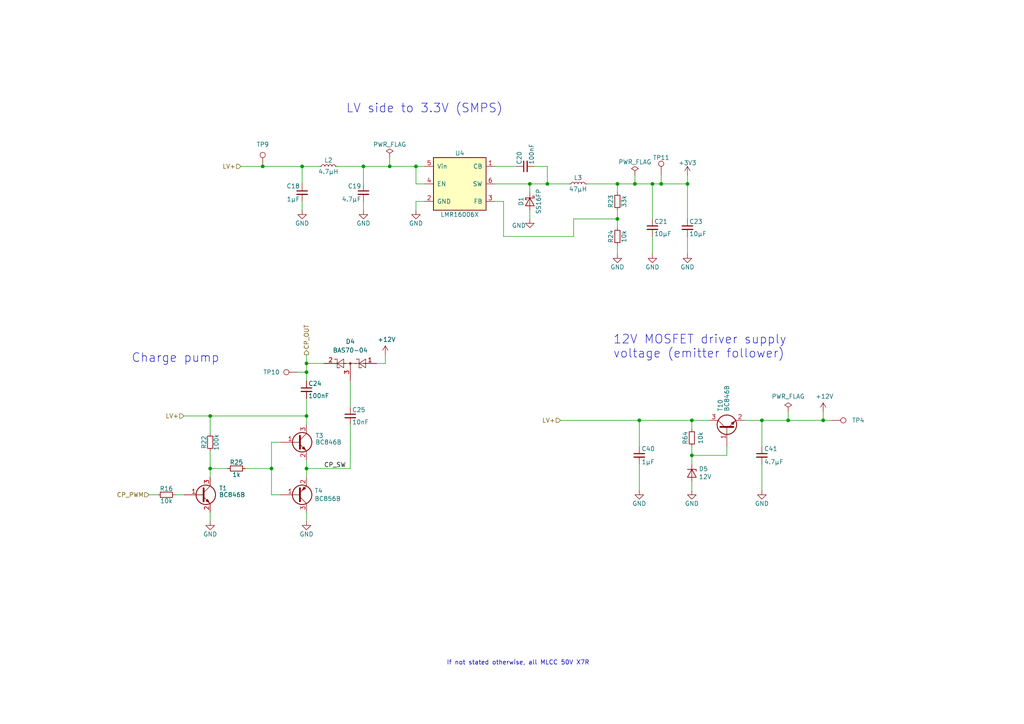
<source format=kicad_sch>
(kicad_sch (version 20211123) (generator eeschema)
  (paper "A4")
  (title_block (title "MPPT 4820 HC") (date "2021-01-06") (rev "0.2.3") (company "Copyright © 2020 Libre Solar Technologies GmbH") (comment 1 "Licensed under CERN-OHL-W version 2") (comment 2 "Author: Martin Jäger"))
  (lib_symbols
    (symbol "Connector:TestPoint" (pin_numbers hide) (pin_names (offset 0.762) hide)
      (property "Reference" "TP" (at 0 6.858 0))
      (property "Value" "TestPoint" (at 0 5.08 0))
      (symbol "TestPoint_0_1"
        (circle (center 0 3.302) (radius 0.762))
      )
      (symbol "TestPoint_1_1"
        (pin passive line (at 0 0 90) (length 2.54) (name "1") (number "1"))
      )
    )
    (symbol "Device:L_Small" (pin_numbers hide) (pin_names (offset 0.254) hide)
      (property "Reference" "L" (at 0.762 1.016 0))
      (property "Value" "L_Small" (at 0.762 -1.016 0))
      (symbol "L_Small_0_1"
        (arc (start 0 -2.032) (mid 0.508 -1.524) (end 0 -1.016))
        (arc (start 0 -1.016) (mid 0.508 -0.508) (end 0 0))
        (arc (start 0 0) (mid 0.508 0.508) (end 0 1.016))
        (arc (start 0 1.016) (mid 0.508 1.524) (end 0 2.032))
      )
      (symbol "L_Small_1_1"
        (pin passive line (at 0 2.54 270) (length 0.508) (name "~") (number "1"))
        (pin passive line (at 0 -2.54 90) (length 0.508) (name "~") (number "2"))
      )
    )
    (symbol "Diode:BAS40-04" (pin_names (offset 1.016))
      (property "Reference" "D" (at 0.635 -1.27 0))
      (property "Value" "BAS40-04" (at -6.35 5.715 0))
      (symbol "BAS40-04_0_1"
        (polyline (pts (xy -3.81 2.54) (xy -1.27 2.54)))
        (polyline (pts (xy -3.175 1.27) (xy -3.175 1.524)))
        (polyline (pts (xy -2.54 1.27) (xy -3.175 1.27)))
        (polyline (pts (xy -2.54 1.27) (xy -2.54 3.81)))
        (polyline (pts (xy -2.54 3.81) (xy -1.905 3.81)))
        (polyline (pts (xy -1.905 2.54) (xy 1.905 2.54)))
        (polyline (pts (xy -1.905 3.81) (xy -1.905 3.556)))
        (polyline (pts (xy 1.27 2.54) (xy 3.81 2.54)))
        (polyline (pts (xy 3.175 1.27) (xy 3.175 1.524)))
        (polyline (pts (xy 3.81 1.27) (xy 3.175 1.27)))
        (polyline (pts (xy 3.81 1.27) (xy 3.81 3.81)))
        (polyline (pts (xy 3.81 3.81) (xy 4.445 3.81)))
        (polyline (pts (xy 4.445 3.81) (xy 4.445 3.556)))
        (polyline (pts (xy -4.445 3.81) (xy -4.445 1.27) (xy -2.54 2.54) (xy -4.445 3.81)))
        (polyline (pts (xy 1.905 3.81) (xy 1.905 1.27) (xy 3.81 2.54) (xy 1.905 3.81)))
        (circle (center 0 2.54) (radius 0.254) (fill (type outline)))
      )
      (symbol "BAS40-04_1_1"
        (pin passive line (at -7.62 2.54 0) (length 3.81) (name "~") (number "1"))
        (pin passive line (at 7.62 2.54 180) (length 3.81) (name "~") (number "2"))
        (pin passive line (at 0 -2.54 90) (length 5.08) (name "~") (number "3"))
      )
    )
    (symbol "Project:C" (pin_numbers hide) (pin_names (offset 0.254) hide)
      (property "Reference" "C" (at 0.635 1.905 0))
      (property "Value" "C" (at 0.635 -1.905 0))
      (symbol "C_0_1"
        (polyline (pts (xy -1.524 -0.508) (xy 1.524 -0.508)) (stroke (width 0.3302)))
        (polyline (pts (xy -1.524 0.508) (xy 0 0.508) (xy 1.524 0.508)) (stroke (width 0.3048)))
      )
      (symbol "C_1_1"
        (pin passive line (at 0 2.54 270) (length 1.905) (name "~") (number "1"))
        (pin passive line (at 0 -2.54 90) (length 2.032) (name "~") (number "2"))
      )
    )
    (symbol "Project:D_Schottky" (pin_numbers hide) (pin_names (offset 0.254) hide)
      (property "Reference" "D" (at 0 2.54 0))
      (property "Value" "D_Schottky" (at 0 -2.54 0))
      (symbol "D_Schottky_0_1"
        (polyline (pts (xy -1.016 -1.27) (xy -1.016 1.27)) (stroke (width 0.2032)))
        (polyline (pts (xy 1.27 0) (xy -1.27 0)))
        (polyline (pts (xy -1.016 -1.27) (xy -1.524 -1.27) (xy -1.524 -0.762)) (stroke (width 0.2032)))
        (polyline (pts (xy -1.016 1.27) (xy -0.508 1.27) (xy -0.508 0.762)) (stroke (width 0.2032)))
        (polyline (pts (xy 1.27 -1.27) (xy -1.016 0) (xy 1.27 1.27) (xy 1.27 -1.27)) (stroke (width 0.2032)))
      )
      (symbol "D_Schottky_1_1"
        (pin passive line (at -2.54 0 0) (length 1.27) (name "K") (number "1"))
        (pin passive line (at 2.54 0 180) (length 1.27) (name "A") (number "2"))
      )
    )
    (symbol "Project:D_Zener" (pin_numbers hide) (pin_names (offset 1.016) hide)
      (property "Reference" "D" (at 0 2.54 0))
      (property "Value" "D_Zener" (at 0 -2.54 0))
      (symbol "D_Zener_0_1"
        (polyline (pts (xy 1.27 0) (xy -1.27 0)))
        (polyline (pts (xy -1.016 0) (xy 1.27 1.27) (xy 1.27 -1.27) (xy -1.016 0)) (stroke (width 0.2032)))
        (polyline (pts (xy -0.508 1.27) (xy -1.016 1.27) (xy -1.016 0) (xy -1.016 -1.27)) (stroke (width 0.2032)))
      )
      (symbol "D_Zener_1_1"
        (pin passive line (at -2.54 0 0) (length 1.27) (name "K") (number "1"))
        (pin passive line (at 2.54 0 180) (length 1.27) (name "A") (number "2"))
      )
    )
    (symbol "Project:LMR16006" (pin_names (offset 1.016))
      (property "Reference" "U" (at 0 8.89 0))
      (property "Value" "LMR16006" (at 0 -8.89 0))
      (symbol "LMR16006_0_1"
        (rectangle (start -7.62 7.62) (end 7.62 -7.62) (stroke (width 0.254)) (fill (type background)))
      )
      (symbol "LMR16006_1_1"
        (pin output line (at 10.16 5.08 180) (length 2.54) (name "CB") (number "1"))
        (pin power_in line (at -10.16 -5.08 0) (length 2.54) (name "GND") (number "2"))
        (pin input line (at 10.16 -5.08 180) (length 2.54) (name "FB") (number "3"))
        (pin input line (at -10.16 0 0) (length 2.54) (name "EN") (number "4"))
        (pin power_in line (at -10.16 5.08 0) (length 2.54) (name "Vin") (number "5"))
        (pin bidirectional line (at 10.16 0 180) (length 2.54) (name "SW") (number "6"))
      )
    )
    (symbol "Project:R" (pin_numbers hide) (pin_names (offset 0.254) hide)
      (property "Reference" "R" (at -1.905 0 90))
      (property "Value" "R" (at 1.905 0 90))
      (symbol "R_0_1"
        (rectangle (start -0.762 1.778) (end 0.762 -1.778) (stroke (width 0.2032)))
      )
      (symbol "R_1_1"
        (pin passive line (at 0 2.54 270) (length 0.762) (name "~") (number "1"))
        (pin passive line (at 0 -2.54 90) (length 0.762) (name "~") (number "2"))
      )
    )
    (symbol "Transistor_BJT:BC846" (pin_names (offset 0) hide)
      (property "Reference" "Q" (at 5.08 1.905 0))
      (property "Value" "BC846" (at 5.08 0 0))
      (symbol "BC846_0_1"
        (polyline (pts (xy 0.635 0.635) (xy 2.54 2.54)))
        (polyline (pts (xy 0.635 -0.635) (xy 2.54 -2.54) (xy 2.54 -2.54)))
        (polyline (pts (xy 0.635 1.905) (xy 0.635 -1.905) (xy 0.635 -1.905)) (stroke (width 0.508)))
        (polyline (pts (xy 1.27 -1.778) (xy 1.778 -1.27) (xy 2.286 -2.286) (xy 1.27 -1.778) (xy 1.27 -1.778)) (fill (type outline)))
        (circle (center 1.27 0) (radius 2.8194) (stroke (width 0.254)))
      )
      (symbol "BC846_1_1"
        (pin input line (at -5.08 0 0) (length 5.715) (name "B") (number "1"))
        (pin passive line (at 2.54 -5.08 90) (length 2.54) (name "E") (number "2"))
        (pin passive line (at 2.54 5.08 270) (length 2.54) (name "C") (number "3"))
      )
    )
    (symbol "Transistor_BJT:BC856" (pin_names (offset 0) hide)
      (property "Reference" "Q" (at 5.08 1.905 0))
      (property "Value" "BC856" (at 5.08 0 0))
      (symbol "BC856_0_1"
        (polyline (pts (xy 0.635 0.635) (xy 2.54 2.54)))
        (polyline (pts (xy 0.635 -0.635) (xy 2.54 -2.54) (xy 2.54 -2.54)))
        (polyline (pts (xy 0.635 1.905) (xy 0.635 -1.905) (xy 0.635 -1.905)) (stroke (width 0.508)))
        (polyline (pts (xy 2.286 -1.778) (xy 1.778 -2.286) (xy 1.27 -1.27) (xy 2.286 -1.778) (xy 2.286 -1.778)) (fill (type outline)))
        (circle (center 1.27 0) (radius 2.8194) (stroke (width 0.254)))
      )
      (symbol "BC856_1_1"
        (pin input line (at -5.08 0 0) (length 5.715) (name "B") (number "1"))
        (pin passive line (at 2.54 -5.08 90) (length 2.54) (name "E") (number "2"))
        (pin passive line (at 2.54 5.08 270) (length 2.54) (name "C") (number "3"))
      )
    )
    (symbol "mppt-2420-hc-rescue:+3.3V-power" (power) (pin_names (offset 0))
      (property "Value" "+3.3V-power" (at 0 3.556 0))
      (symbol "+3.3V-power_0_1"
        (polyline (pts (xy -0.762 1.27) (xy 0 2.54)))
        (polyline (pts (xy 0 0) (xy 0 2.54)))
        (polyline (pts (xy 0 2.54) (xy 0.762 1.27)))
      )
      (symbol "+3.3V-power_1_1"
        (pin power_in line (at 0 0 90) (length 0) hide (name "+3V3") (number "1"))
      )
    )
    (symbol "power:+12V" (power) (pin_names (offset 0))
      (property "Value" "+12V" (at 0 3.556 0))
      (symbol "+12V_0_1"
        (polyline (pts (xy -0.762 1.27) (xy 0 2.54)))
        (polyline (pts (xy 0 0) (xy 0 2.54)))
        (polyline (pts (xy 0 2.54) (xy 0.762 1.27)))
      )
      (symbol "+12V_1_1"
        (pin power_in line (at 0 0 90) (length 0) hide (name "+12V") (number "1"))
      )
    )
    (symbol "power:GND" (power) (pin_names (offset 0))
      (property "Value" "GND" (at 0 -3.81 0))
      (symbol "GND_0_1"
        (polyline (pts (xy 0 0) (xy 0 -1.27) (xy 1.27 -1.27) (xy 0 -2.54) (xy -1.27 -1.27) (xy 0 -1.27)))
      )
      (symbol "GND_1_1"
        (pin power_in line (at 0 0 270) (length 0) hide (name "GND") (number "1"))
      )
    )
    (symbol "power:PWR_FLAG" (power) (pin_numbers hide) (pin_names (offset 0) hide)
      (property "Value" "PWR_FLAG" (at 0 3.81 0))
      (symbol "PWR_FLAG_0_0"
        (pin power_out line (at 0 0 90) (length 0) (name "pwr") (number "1"))
      )
      (symbol "PWR_FLAG_0_1"
        (polyline (pts (xy 0 0) (xy 0 1.27) (xy -1.016 1.905) (xy 0 2.54) (xy 1.016 1.905) (xy 0 1.27)))
      )
    )
  )
  (junction (at 88.9 107.95))
  (junction (at 184.15 53.34))
  (junction (at 191.77 53.34))
  (junction (at 60.96 135.89))
  (junction (at 87.63 48.26))
  (junction (at 113.03 48.26))
  (junction (at 179.07 53.34))
  (junction (at 189.23 53.34))
  (junction (at 105.41 48.26))
  (junction (at 60.96 120.65))
  (junction (at 88.9 120.65))
  (junction (at 88.9 135.89))
  (junction (at 76.2 48.26))
  (junction (at 120.65 48.26))
  (junction (at 78.74 135.89))
  (junction (at 153.67 53.34))
  (junction (at 185.42 121.92))
  (junction (at 88.9 105.41))
  (junction (at 199.39 53.34))
  (junction (at 200.66 132.08))
  (junction (at 158.75 53.34))
  (junction (at 238.76 121.92))
  (junction (at 220.98 121.92))
  (junction (at 228.6 121.92))
  (junction (at 179.07 63.5))
  (junction (at 200.66 121.92))
  (wire (pts (xy 88.9 135.89) (xy 101.6 135.89)))
  (wire (pts (xy 146.05 58.42) (xy 146.05 68.58)))
  (wire (pts (xy 76.2 48.26) (xy 69.85 48.26)))
  (wire (pts (xy 185.42 121.92) (xy 185.42 129.54)))
  (wire (pts (xy 191.77 53.34) (xy 191.77 50.8)))
  (wire (pts (xy 153.67 55.88) (xy 153.67 53.34)))
  (wire (pts (xy 146.05 68.58) (xy 166.37 68.58)))
  (wire (pts (xy 78.74 135.89) (xy 71.12 135.89)))
  (wire (pts (xy 66.04 135.89) (xy 60.96 135.89)))
  (wire (pts (xy 228.6 121.92) (xy 238.76 121.92)))
  (wire (pts (xy 53.34 120.65) (xy 60.96 120.65)))
  (wire (pts (xy 170.18 53.34) (xy 179.07 53.34)))
  (wire (pts (xy 87.63 60.96) (xy 87.63 58.42)))
  (wire (pts (xy 60.96 120.65) (xy 60.96 125.73)))
  (wire (pts (xy 111.76 102.87) (xy 111.76 105.41)))
  (wire (pts (xy 97.79 48.26) (xy 105.41 48.26)))
  (wire (pts (xy 105.41 60.96) (xy 105.41 58.42)))
  (wire (pts (xy 87.63 48.26) (xy 87.63 53.34)))
  (wire (pts (xy 199.39 50.8) (xy 199.39 53.34)))
  (wire (pts (xy 120.65 53.34) (xy 123.19 53.34)))
  (wire (pts (xy 210.82 129.54) (xy 210.82 132.08)))
  (wire (pts (xy 60.96 130.81) (xy 60.96 135.89)))
  (wire (pts (xy 88.9 105.41) (xy 88.9 107.95)))
  (wire (pts (xy 166.37 68.58) (xy 166.37 63.5)))
  (wire (pts (xy 87.63 48.26) (xy 92.71 48.26)))
  (wire (pts (xy 120.65 58.42) (xy 123.19 58.42)))
  (wire (pts (xy 220.98 121.92) (xy 228.6 121.92)))
  (wire (pts (xy 179.07 53.34) (xy 179.07 55.88)))
  (wire (pts (xy 191.77 53.34) (xy 199.39 53.34)))
  (wire (pts (xy 166.37 63.5) (xy 179.07 63.5)))
  (wire (pts (xy 78.74 135.89) (xy 78.74 143.51)))
  (wire (pts (xy 210.82 132.08) (xy 200.66 132.08)))
  (wire (pts (xy 205.74 121.92) (xy 200.66 121.92)))
  (wire (pts (xy 185.42 121.92) (xy 162.56 121.92)))
  (wire (pts (xy 88.9 133.35) (xy 88.9 135.89)))
  (wire (pts (xy 105.41 48.26) (xy 113.03 48.26)))
  (wire (pts (xy 88.9 135.89) (xy 88.9 138.43)))
  (wire (pts (xy 88.9 107.95) (xy 88.9 110.49)))
  (wire (pts (xy 158.75 53.34) (xy 165.1 53.34)))
  (wire (pts (xy 111.76 105.41) (xy 109.22 105.41)))
  (wire (pts (xy 87.63 48.26) (xy 76.2 48.26)))
  (wire (pts (xy 60.96 148.59) (xy 60.96 151.13)))
  (wire (pts (xy 88.9 105.41) (xy 88.9 102.87)))
  (wire (pts (xy 143.51 58.42) (xy 146.05 58.42)))
  (wire (pts (xy 81.28 128.27) (xy 78.74 128.27)))
  (wire (pts (xy 43.18 143.51) (xy 45.72 143.51)))
  (wire (pts (xy 113.03 45.72) (xy 113.03 48.26)))
  (wire (pts (xy 153.67 60.96) (xy 153.67 63.5)))
  (wire (pts (xy 120.65 48.26) (xy 123.19 48.26)))
  (wire (pts (xy 78.74 143.51) (xy 81.28 143.51)))
  (wire (pts (xy 154.94 48.26) (xy 158.75 48.26)))
  (wire (pts (xy 179.07 73.66) (xy 179.07 71.12)))
  (wire (pts (xy 113.03 48.26) (xy 120.65 48.26)))
  (wire (pts (xy 200.66 121.92) (xy 200.66 124.46)))
  (wire (pts (xy 179.07 63.5) (xy 179.07 66.04)))
  (wire (pts (xy 189.23 68.58) (xy 189.23 73.66)))
  (wire (pts (xy 179.07 60.96) (xy 179.07 63.5)))
  (wire (pts (xy 184.15 53.34) (xy 189.23 53.34)))
  (wire (pts (xy 215.9 121.92) (xy 220.98 121.92)))
  (wire (pts (xy 60.96 135.89) (xy 60.96 138.43)))
  (wire (pts (xy 88.9 120.65) (xy 88.9 123.19)))
  (wire (pts (xy 184.15 50.8) (xy 184.15 53.34)))
  (wire (pts (xy 179.07 53.34) (xy 184.15 53.34)))
  (wire (pts (xy 238.76 119.38) (xy 238.76 121.92)))
  (wire (pts (xy 153.67 53.34) (xy 158.75 53.34)))
  (wire (pts (xy 241.3 121.92) (xy 238.76 121.92)))
  (wire (pts (xy 199.39 68.58) (xy 199.39 73.66)))
  (wire (pts (xy 189.23 53.34) (xy 191.77 53.34)))
  (wire (pts (xy 143.51 53.34) (xy 153.67 53.34)))
  (wire (pts (xy 200.66 132.08) (xy 200.66 129.54)))
  (wire (pts (xy 88.9 120.65) (xy 60.96 120.65)))
  (wire (pts (xy 143.51 48.26) (xy 149.86 48.26)))
  (wire (pts (xy 50.8 143.51) (xy 53.34 143.51)))
  (wire (pts (xy 86.36 107.95) (xy 88.9 107.95)))
  (wire (pts (xy 120.65 58.42) (xy 120.65 60.96)))
  (wire (pts (xy 189.23 53.34) (xy 189.23 63.5)))
  (wire (pts (xy 200.66 121.92) (xy 185.42 121.92)))
  (wire (pts (xy 105.41 53.34) (xy 105.41 48.26)))
  (wire (pts (xy 101.6 118.11) (xy 101.6 110.49)))
  (wire (pts (xy 78.74 128.27) (xy 78.74 135.89)))
  (wire (pts (xy 88.9 148.59) (xy 88.9 151.13)))
  (wire (pts (xy 93.98 105.41) (xy 88.9 105.41)))
  (wire (pts (xy 120.65 53.34) (xy 120.65 48.26)))
  (wire (pts (xy 88.9 115.57) (xy 88.9 120.65)))
  (wire (pts (xy 199.39 53.34) (xy 199.39 63.5)))
  (wire (pts (xy 158.75 48.26) (xy 158.75 53.34)))
  (wire (pts (xy 228.6 119.38) (xy 228.6 121.92)))
  (wire (pts (xy 220.98 134.62) (xy 220.98 142.24)))
  (wire (pts (xy 200.66 139.7) (xy 200.66 142.24)))
  (wire (pts (xy 220.98 121.92) (xy 220.98 129.54)))
  (wire (pts (xy 185.42 134.62) (xy 185.42 142.24)))
  (wire (pts (xy 101.6 123.19) (xy 101.6 135.89)))
  (wire (pts (xy 200.66 132.08) (xy 200.66 134.62)))
  (text "If not stated otherwise, all MLCC 50V X7R" (at 129.54 193.04 0) (effects (font (size 1.27 1.27)) (justify left bottom)))
  (text "LV side to 3.3V (SMPS)" (at 100.33 33.02 0) (effects (font (size 2.54 2.54)) (justify left bottom)))
  (text "Charge pump" (at 38.1 105.41 0) (effects (font (size 2.54 2.54)) (justify left bottom)))
  (text "12V MOSFET driver supply\nvoltage (emitter follower)" (at 177.8 104.14 0) (effects (font (size 2.54 2.54)) (justify left bottom)))
  (label "CP_SW" (at 93.98 135.89 0))
  (hierarchical_label "CP_OUT" (shape output) (at 88.9 102.87 90))
  (hierarchical_label "LV+" (shape input) (at 162.56 121.92 180))
  (hierarchical_label "CP_PWM" (shape input) (at 43.18 143.51 180))
  (hierarchical_label "LV+" (shape input) (at 69.85 48.26 180))
  (hierarchical_label "LV+" (shape input) (at 53.34 120.65 180))
  (symbol (lib_id "Project:LMR16006") (at 133.35 53.34 0) (unit 1)
    (property "Reference" "U4" (at 133.35 44.45 0))
    (property "Value" "LMR16006X" (at 133.35 62.23 0))
    (property "Footprint" "LibreSolar:SOT-23-6" (effects hide))
    (property "Manufacturer" "Texas Instruments" (effects hide))
    (property "PartNumber" "LMR16006XDDCR" (effects hide))
  )
  (symbol (lib_id "power:PWR_FLAG") (at 184.15 50.8 0) (unit 1)
    (property "Reference" "#FLG02" (effects hide))
    (property "Value" "PWR_FLAG" (at 184.15 46.99 0))
  )
  (symbol (lib_id "power:PWR_FLAG") (at 113.03 45.72 0) (unit 1)
    (property "Reference" "#FLG01" (effects hide))
    (property "Value" "PWR_FLAG" (at 113.03 41.91 0))
  )
  (symbol (lib_id "power:GND") (at 199.39 73.66 0) (unit 1)
    (property "Reference" "#PWR064" (effects hide))
    (property "Value" "GND" (at 199.39 77.47 0))
  )
  (symbol (lib_id "power:GND") (at 189.23 73.66 0) (unit 1)
    (property "Reference" "#PWR062" (effects hide))
    (property "Value" "GND" (at 189.23 77.47 0))
  )
  (symbol (lib_id "power:GND") (at 179.07 73.66 0) (unit 1)
    (property "Reference" "#PWR061" (effects hide))
    (property "Value" "GND" (at 179.07 77.47 0))
  )
  (symbol (lib_id "power:GND") (at 153.67 63.5 0) (unit 1)
    (property "Reference" "#PWR060" (effects hide))
    (property "Value" "GND" (at 150.495 65.405 0))
  )
  (symbol (lib_id "power:GND") (at 105.41 60.96 0) (unit 1)
    (property "Reference" "#PWR058" (effects hide))
    (property "Value" "GND" (at 105.41 64.77 0))
  )
  (symbol (lib_id "power:GND") (at 120.65 60.96 0) (unit 1)
    (property "Reference" "#PWR059" (effects hide))
    (property "Value" "GND" (at 120.65 64.77 0))
  )
  (symbol (lib_id "power:GND") (at 87.63 60.96 0) (unit 1)
    (property "Reference" "#PWR057" (effects hide))
    (property "Value" "GND" (at 87.63 64.77 0))
  )
  (symbol (lib_id "mppt-2420-hc-rescue:+3.3V-power") (at 199.39 50.8 0) (unit 1)
    (property "Reference" "#PWR063" (effects hide))
    (property "Value" "+3.3V" (at 199.39 47.244 0))
  )
  (symbol (lib_id "Project:C") (at 199.39 66.04 0) (unit 1)
    (property "Reference" "C23" (at 199.898 64.262 0) (effects (justify left)))
    (property "Value" "10µF" (at 199.898 67.818 0) (effects (justify left)))
    (property "Footprint" "LibreSolar:C_0805_2012" (effects hide))
    (property "Manufacturer" "Murata" (effects hide))
    (property "PartNumber" "GRM21BR61E106KA73L" (effects hide))
    (property "Remarks" "25V, X5R" (effects hide))
  )
  (symbol (lib_id "Project:C") (at 189.23 66.04 0) (unit 1)
    (property "Reference" "C21" (at 189.738 64.262 0) (effects (justify left)))
    (property "Value" "10µF" (at 189.738 67.818 0) (effects (justify left)))
    (property "Footprint" "LibreSolar:C_0805_2012" (effects hide))
    (property "Manufacturer" "Murata" (effects hide))
    (property "PartNumber" "GRM21BR61E106KA73L" (effects hide))
    (property "Remarks" "25V, X5R" (effects hide))
  )
  (symbol (lib_id "Project:D_Schottky") (at 153.67 58.42 90) (mirror x) (unit 1)
    (property "Reference" "D1" (at 151.13 58.42 0))
    (property "Value" "SS16FP" (at 156.21 58.42 0))
    (property "Footprint" "Diode_SMD:D_PowerDI-123" (effects hide))
    (property "Manufacturer" "Diodes Inc." (effects hide))
    (property "PartNumber" "SS16FP" (effects hide))
    (property "Remarks" "Alternative: DFLS160-7" (effects hide))
  )
  (symbol (lib_id "Project:C") (at 152.4 48.26 90) (unit 1)
    (property "Reference" "C20" (at 150.622 47.752 0) (effects (justify left)))
    (property "Value" "100nF" (at 154.178 47.752 0) (effects (justify left)))
    (property "Footprint" "LibreSolar:C_0603_1608" (effects hide))
    (property "Manufacturer" "any" (effects hide))
  )
  (symbol (lib_id "Project:C") (at 87.63 55.88 0) (mirror y) (unit 1)
    (property "Reference" "C18" (at 86.995 53.975 0) (effects (justify left)))
    (property "Value" "1µF" (at 86.995 57.785 0) (effects (justify left)))
    (property "Footprint" "LibreSolar:C_0805_2012" (effects hide))
    (property "Manufacturer" "any" (effects hide))
    (property "Remarks" "100V, X7S" (effects hide))
  )
  (symbol (lib_id "Project:C") (at 105.41 55.88 0) (mirror y) (unit 1)
    (property "Reference" "C19" (at 104.775 53.975 0) (effects (justify left)))
    (property "Value" "4.7µF" (at 104.775 57.785 0) (effects (justify left)))
    (property "Footprint" "LibreSolar:C_1210_3225" (effects hide))
    (property "Manufacturer" "Murata" (effects hide))
    (property "PartNumber" "GRJ32DC72A475KE11L" (effects hide))
    (property "Remarks" "100V, X7S" (effects hide))
  )
  (symbol (lib_id "Device:L_Small") (at 95.25 48.26 90) (unit 1)
    (property "Reference" "L2" (at 95.25 46.482 90))
    (property "Value" "4.7µH" (at 95.25 49.784 90))
    (property "Footprint" "Inductor_SMD:L_0805_2012Metric" (effects hide))
    (property "Manufacturer" "Murata" (effects hide))
    (property "PartNumber" "LQM21PN4R7NGRD" (effects hide))
  )
  (symbol (lib_id "Device:L_Small") (at 167.64 53.34 90) (unit 1)
    (property "Reference" "L3" (at 167.64 51.562 90))
    (property "Value" "47µH" (at 167.64 54.864 90))
    (property "Footprint" "LibreSolar:Bourns_SRN6045TA" (effects hide))
    (property "Manufacturer" "Tayo Yuden" (effects hide))
    (property "PartNumber" "NR6045T470M" (effects hide))
    (property "Remarks" "Alternative: Bourns SRR6045TA-470Y" (effects hide))
  )
  (symbol (lib_id "Project:R") (at 200.66 127 180) (unit 1)
    (property "Reference" "R64" (at 198.755 127 90))
    (property "Value" "10k" (at 203.2 127 90))
    (property "Footprint" "LibreSolar:R_0603_1608" (effects hide))
    (property "Manufacturer" "any" (effects hide))
    (property "Remarks" "1%" (effects hide))
  )
  (symbol (lib_id "power:GND") (at 200.66 142.24 0) (unit 1)
    (property "Reference" "#PWR090" (effects hide))
    (property "Value" "GND" (at 200.66 146.05 0))
  )
  (symbol (lib_id "Project:C") (at 220.98 132.08 0) (unit 1)
    (property "Reference" "C41" (at 221.615 130.175 0) (effects (justify left)))
    (property "Value" "4.7µF" (at 221.615 133.985 0) (effects (justify left)))
    (property "Footprint" "LibreSolar:C_0603_1608" (effects hide))
    (property "Manufacturer" "Wurth Electronics" (effects hide))
    (property "PartNumber" "885012107018" (effects hide))
    (property "Remarks" "25V, X5R" (effects hide))
  )
  (symbol (lib_id "power:GND") (at 220.98 142.24 0) (unit 1)
    (property "Reference" "#PWR091" (effects hide))
    (property "Value" "GND" (at 220.98 146.05 0))
  )
  (symbol (lib_id "Connector:TestPoint") (at 241.3 121.92 270) (unit 1)
    (property "Reference" "TP4" (at 248.92 121.92 90))
    (property "Value" "1.5mm" (effects hide))
    (property "Footprint" "TestPoint:TestPoint_Pad_D1.5mm" (effects hide))
    (property "Config" "+info" (effects hide))
  )
  (symbol (lib_id "Project:D_Zener") (at 200.66 137.16 270) (unit 1)
    (property "Reference" "D5" (at 202.6666 135.9916 90) (effects (justify left)))
    (property "Value" "12V" (at 202.6666 138.303 90) (effects (justify left)))
    (property "Footprint" "Diode_SMD:D_SOT-23_ANK" (effects hide))
    (property "Manufacturer" "ON Semiconductor" (effects hide))
    (property "PartNumber" "SZBZX84C12LT3G" (effects hide))
    (property "Remarks" "Alternative: Diodes Inc. BZX84C12-7-F" (effects hide))
  )
  (symbol (lib_id "Transistor_BJT:BC846") (at 210.82 124.46 90) (unit 1)
    (property "Reference" "T10" (at 208.915 119.38 0) (effects (justify left)))
    (property "Value" "BC846B" (at 210.82 119.38 0) (effects (justify left)))
    (property "Footprint" "LibreSolar:SOT-23" (effects hide))
    (property "Manufacturer" "ON Semiconductor" (effects hide))
    (property "PartNumber" "BC846BLT1G" (effects hide))
  )
  (symbol (lib_id "Project:C") (at 185.42 132.08 0) (unit 1)
    (property "Reference" "C40" (at 186.055 130.175 0) (effects (justify left)))
    (property "Value" "1µF" (at 186.055 133.985 0) (effects (justify left)))
    (property "Footprint" "LibreSolar:C_0603_1608" (effects hide))
    (property "Manufacturer" "Yageo" (effects hide))
    (property "PartNumber" "CC0805KKX7R9BB105" (effects hide))
    (property "Remarks" "50V, X7R" (effects hide))
  )
  (symbol (lib_id "power:GND") (at 185.42 142.24 0) (unit 1)
    (property "Reference" "#PWR087" (effects hide))
    (property "Value" "GND" (at 185.42 146.05 0))
  )
  (symbol (lib_id "power:+12V") (at 238.76 119.38 0) (unit 1)
    (property "Reference" "#PWR092" (effects hide))
    (property "Value" "+12V" (at 239.141 114.9858 0))
  )
  (symbol (lib_id "Project:R") (at 179.07 68.58 0) (unit 1)
    (property "Reference" "R24" (at 177.165 68.58 90))
    (property "Value" "10k" (at 180.975 68.58 90))
    (property "Footprint" "LibreSolar:R_0603_1608" (effects hide))
    (property "Manufacturer" "any" (effects hide))
    (property "Remarks" "1%" (effects hide))
  )
  (symbol (lib_id "Project:R") (at 179.07 58.42 0) (unit 1)
    (property "Reference" "R23" (at 177.165 58.42 90))
    (property "Value" "33k" (at 180.975 58.42 90))
    (property "Footprint" "LibreSolar:R_0603_1608" (effects hide))
    (property "Manufacturer" "any" (effects hide))
    (property "Remarks" "1%" (effects hide))
  )
  (symbol (lib_id "power:PWR_FLAG") (at 228.6 119.38 0) (unit 1)
    (property "Reference" "#FLG0101" (effects hide))
    (property "Value" "PWR_FLAG" (at 228.6 114.9858 0))
  )
  (symbol (lib_id "Project:R") (at 60.96 128.27 0) (mirror x) (unit 1)
    (property "Reference" "R22" (at 59.182 128.27 90))
    (property "Value" "100k" (at 62.738 128.27 90))
    (property "Footprint" "LibreSolar:R_0603_1608" (effects hide))
    (property "Manufacturer" "any" (effects hide))
    (property "Remarks" "1%" (effects hide))
  )
  (symbol (lib_id "Project:R") (at 68.58 135.89 90) (mirror x) (unit 1)
    (property "Reference" "R25" (at 68.58 134.112 90))
    (property "Value" "1k" (at 68.58 137.668 90))
    (property "Footprint" "LibreSolar:R_0603_1608" (effects hide))
    (property "Manufacturer" "any" (effects hide))
    (property "Remarks" "1%" (effects hide))
  )
  (symbol (lib_id "Project:R") (at 48.26 143.51 270) (unit 1)
    (property "Reference" "R16" (at 48.26 141.732 90))
    (property "Value" "10k" (at 48.26 145.288 90))
    (property "Footprint" "LibreSolar:R_0603_1608" (effects hide))
    (property "Manufacturer" "any" (effects hide))
    (property "Remarks" "1%" (effects hide))
  )
  (symbol (lib_id "Transistor_BJT:BC856") (at 86.36 143.51 0) (mirror x) (unit 1)
    (property "Reference" "T4" (at 91.2114 142.3416 0) (effects (justify left)))
    (property "Value" "BC856B" (at 91.2114 144.653 0) (effects (justify left)))
    (property "Footprint" "LibreSolar:SOT-23" (effects hide))
    (property "Datasheet" "https://www.fairchildsemi.com/datasheets/2N/2N3906.pdf" (effects hide))
    (property "Manufacturer" "ON Semiconductor" (effects hide))
    (property "PartNumber" "BC856BLT1G" (effects hide))
  )
  (symbol (lib_id "Transistor_BJT:BC846") (at 58.42 143.51 0) (unit 1)
    (property "Reference" "T1" (at 63.5 141.605 0) (effects (justify left)))
    (property "Value" "BC846B" (at 63.5 143.51 0) (effects (justify left)))
    (property "Footprint" "LibreSolar:SOT-23" (effects hide))
    (property "Manufacturer" "ON Semiconductor" (effects hide))
    (property "PartNumber" "BC846BLT1G" (effects hide))
  )
  (symbol (lib_id "Project:C") (at 101.6 120.65 0) (unit 1)
    (property "Reference" "C25" (at 102.108 118.872 0) (effects (justify left)))
    (property "Value" "10nF" (at 102.108 122.428 0) (effects (justify left)))
    (property "Footprint" "LibreSolar:C_0603_1608" (effects hide))
    (property "Manufacturer" "any" (effects hide))
  )
  (symbol (lib_id "Project:C") (at 88.9 113.03 0) (unit 1)
    (property "Reference" "C24" (at 89.408 111.252 0) (effects (justify left)))
    (property "Value" "100nF" (at 89.408 114.808 0) (effects (justify left)))
    (property "Footprint" "LibreSolar:C_0603_1608" (effects hide))
    (property "Manufacturer" "any" (effects hide))
  )
  (symbol (lib_id "Diode:BAS40-04") (at 101.6 107.95 0) (mirror y) (unit 1)
    (property "Reference" "D4" (at 101.6 99.06 0))
    (property "Value" "BAS70-04" (at 101.6 101.6 0))
    (property "Footprint" "Package_TO_SOT_SMD:SOT-23" (effects hide))
    (property "Datasheet" "https://www.diodes.com/assets/Datasheets/ds11007.pdf" (effects hide))
    (property "PartNumber" "BAS70-04LT1G" (effects hide))
    (property "Manufacturer" "ON Semiconductor" (effects hide))
  )
  (symbol (lib_id "power:GND") (at 60.96 151.13 0) (mirror y) (unit 1)
    (property "Reference" "#PWR02" (effects hide))
    (property "Value" "GND" (at 60.96 154.94 0))
  )
  (symbol (lib_id "power:GND") (at 88.9 151.13 0) (mirror y) (unit 1)
    (property "Reference" "#PWR06" (effects hide))
    (property "Value" "GND" (at 88.9 154.94 0))
  )
  (symbol (lib_id "power:+12V") (at 111.76 102.87 0) (unit 1)
    (property "Reference" "#PWR07" (effects hide))
    (property "Value" "+12V" (at 112.141 98.4758 0))
  )
  (symbol (lib_id "Transistor_BJT:BC846") (at 86.36 128.27 0) (unit 1)
    (property "Reference" "T3" (at 91.44 126.365 0) (effects (justify left)))
    (property "Value" "BC846B" (at 91.44 128.27 0) (effects (justify left)))
    (property "Footprint" "LibreSolar:SOT-23" (effects hide))
    (property "Manufacturer" "ON Semiconductor" (effects hide))
    (property "PartNumber" "BC846BLT1G" (effects hide))
  )
  (symbol (lib_id "Connector:TestPoint") (at 86.36 107.95 90) (mirror x) (unit 1)
    (property "Reference" "TP10" (at 78.74 107.95 90))
    (property "Value" "1.5mm" (effects hide))
    (property "Footprint" "TestPoint:TestPoint_Pad_D1.5mm" (effects hide))
    (property "Config" "+info" (effects hide))
  )
  (symbol (lib_id "Connector:TestPoint") (at 191.77 50.8 0) (unit 1)
    (property "Reference" "TP11" (at 191.77 45.72 0))
    (property "Value" "1.5mm" (effects hide))
    (property "Footprint" "TestPoint:TestPoint_Pad_D1.5mm" (effects hide))
    (property "Config" "+info" (effects hide))
  )
  (symbol (lib_id "Connector:TestPoint") (at 76.2 48.26 0) (mirror y) (unit 1)
    (property "Reference" "TP9" (at 76.2 41.91 0))
    (property "Value" "1.5mm" (effects hide))
    (property "Footprint" "TestPoint:TestPoint_Pad_D1.5mm" (effects hide))
    (property "Config" "+info" (effects hide))
  )
)
</source>
